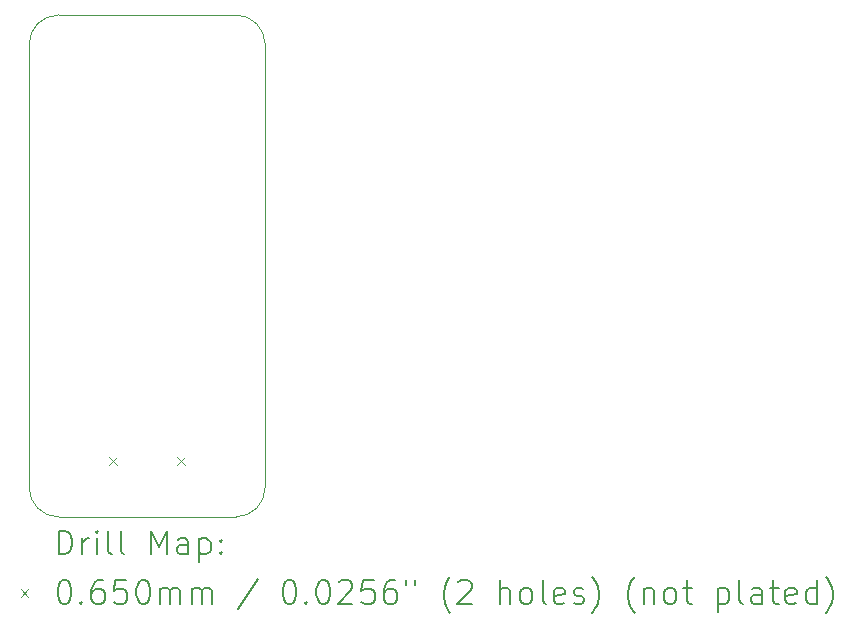
<source format=gbr>
%FSLAX45Y45*%
G04 Gerber Fmt 4.5, Leading zero omitted, Abs format (unit mm)*
G04 Created by KiCad (PCBNEW (6.0.4)) date 2023-01-26 18:29:06*
%MOMM*%
%LPD*%
G01*
G04 APERTURE LIST*
%TA.AperFunction,Profile*%
%ADD10C,0.100000*%
%TD*%
%ADD11C,0.200000*%
%ADD12C,0.065000*%
G04 APERTURE END LIST*
D10*
X15859000Y-7870000D02*
X15859000Y-11620000D01*
X14109000Y-7620000D02*
G75*
G03*
X13859000Y-7870000I0J-250000D01*
G01*
X14109000Y-7620000D02*
X15609000Y-7620000D01*
X15859000Y-7870000D02*
G75*
G03*
X15609000Y-7620000I-250000J0D01*
G01*
X15609000Y-11870000D02*
G75*
G03*
X15859000Y-11620000I0J250000D01*
G01*
X14109000Y-11870000D02*
X15609000Y-11870000D01*
X13859000Y-11615000D02*
X13859000Y-7870000D01*
X13859000Y-11615000D02*
G75*
G03*
X14109000Y-11870000I252500J-2500D01*
G01*
D11*
D12*
X14537500Y-11362500D02*
X14602500Y-11427500D01*
X14602500Y-11362500D02*
X14537500Y-11427500D01*
X15115500Y-11362500D02*
X15180500Y-11427500D01*
X15180500Y-11362500D02*
X15115500Y-11427500D01*
D11*
X14111607Y-12185476D02*
X14111607Y-11985476D01*
X14159226Y-11985476D01*
X14187797Y-11995000D01*
X14206845Y-12014048D01*
X14216368Y-12033095D01*
X14225892Y-12071190D01*
X14225892Y-12099762D01*
X14216368Y-12137857D01*
X14206845Y-12156905D01*
X14187797Y-12175952D01*
X14159226Y-12185476D01*
X14111607Y-12185476D01*
X14311607Y-12185476D02*
X14311607Y-12052143D01*
X14311607Y-12090238D02*
X14321130Y-12071190D01*
X14330654Y-12061667D01*
X14349702Y-12052143D01*
X14368749Y-12052143D01*
X14435416Y-12185476D02*
X14435416Y-12052143D01*
X14435416Y-11985476D02*
X14425892Y-11995000D01*
X14435416Y-12004524D01*
X14444940Y-11995000D01*
X14435416Y-11985476D01*
X14435416Y-12004524D01*
X14559226Y-12185476D02*
X14540178Y-12175952D01*
X14530654Y-12156905D01*
X14530654Y-11985476D01*
X14663988Y-12185476D02*
X14644940Y-12175952D01*
X14635416Y-12156905D01*
X14635416Y-11985476D01*
X14892559Y-12185476D02*
X14892559Y-11985476D01*
X14959226Y-12128333D01*
X15025892Y-11985476D01*
X15025892Y-12185476D01*
X15206845Y-12185476D02*
X15206845Y-12080714D01*
X15197321Y-12061667D01*
X15178273Y-12052143D01*
X15140178Y-12052143D01*
X15121130Y-12061667D01*
X15206845Y-12175952D02*
X15187797Y-12185476D01*
X15140178Y-12185476D01*
X15121130Y-12175952D01*
X15111607Y-12156905D01*
X15111607Y-12137857D01*
X15121130Y-12118809D01*
X15140178Y-12109286D01*
X15187797Y-12109286D01*
X15206845Y-12099762D01*
X15302083Y-12052143D02*
X15302083Y-12252143D01*
X15302083Y-12061667D02*
X15321130Y-12052143D01*
X15359226Y-12052143D01*
X15378273Y-12061667D01*
X15387797Y-12071190D01*
X15397321Y-12090238D01*
X15397321Y-12147381D01*
X15387797Y-12166428D01*
X15378273Y-12175952D01*
X15359226Y-12185476D01*
X15321130Y-12185476D01*
X15302083Y-12175952D01*
X15483035Y-12166428D02*
X15492559Y-12175952D01*
X15483035Y-12185476D01*
X15473511Y-12175952D01*
X15483035Y-12166428D01*
X15483035Y-12185476D01*
X15483035Y-12061667D02*
X15492559Y-12071190D01*
X15483035Y-12080714D01*
X15473511Y-12071190D01*
X15483035Y-12061667D01*
X15483035Y-12080714D01*
D12*
X13788988Y-12482500D02*
X13853988Y-12547500D01*
X13853988Y-12482500D02*
X13788988Y-12547500D01*
D11*
X14149702Y-12405476D02*
X14168749Y-12405476D01*
X14187797Y-12415000D01*
X14197321Y-12424524D01*
X14206845Y-12443571D01*
X14216368Y-12481667D01*
X14216368Y-12529286D01*
X14206845Y-12567381D01*
X14197321Y-12586428D01*
X14187797Y-12595952D01*
X14168749Y-12605476D01*
X14149702Y-12605476D01*
X14130654Y-12595952D01*
X14121130Y-12586428D01*
X14111607Y-12567381D01*
X14102083Y-12529286D01*
X14102083Y-12481667D01*
X14111607Y-12443571D01*
X14121130Y-12424524D01*
X14130654Y-12415000D01*
X14149702Y-12405476D01*
X14302083Y-12586428D02*
X14311607Y-12595952D01*
X14302083Y-12605476D01*
X14292559Y-12595952D01*
X14302083Y-12586428D01*
X14302083Y-12605476D01*
X14483035Y-12405476D02*
X14444940Y-12405476D01*
X14425892Y-12415000D01*
X14416368Y-12424524D01*
X14397321Y-12453095D01*
X14387797Y-12491190D01*
X14387797Y-12567381D01*
X14397321Y-12586428D01*
X14406845Y-12595952D01*
X14425892Y-12605476D01*
X14463988Y-12605476D01*
X14483035Y-12595952D01*
X14492559Y-12586428D01*
X14502083Y-12567381D01*
X14502083Y-12519762D01*
X14492559Y-12500714D01*
X14483035Y-12491190D01*
X14463988Y-12481667D01*
X14425892Y-12481667D01*
X14406845Y-12491190D01*
X14397321Y-12500714D01*
X14387797Y-12519762D01*
X14683035Y-12405476D02*
X14587797Y-12405476D01*
X14578273Y-12500714D01*
X14587797Y-12491190D01*
X14606845Y-12481667D01*
X14654464Y-12481667D01*
X14673511Y-12491190D01*
X14683035Y-12500714D01*
X14692559Y-12519762D01*
X14692559Y-12567381D01*
X14683035Y-12586428D01*
X14673511Y-12595952D01*
X14654464Y-12605476D01*
X14606845Y-12605476D01*
X14587797Y-12595952D01*
X14578273Y-12586428D01*
X14816368Y-12405476D02*
X14835416Y-12405476D01*
X14854464Y-12415000D01*
X14863988Y-12424524D01*
X14873511Y-12443571D01*
X14883035Y-12481667D01*
X14883035Y-12529286D01*
X14873511Y-12567381D01*
X14863988Y-12586428D01*
X14854464Y-12595952D01*
X14835416Y-12605476D01*
X14816368Y-12605476D01*
X14797321Y-12595952D01*
X14787797Y-12586428D01*
X14778273Y-12567381D01*
X14768749Y-12529286D01*
X14768749Y-12481667D01*
X14778273Y-12443571D01*
X14787797Y-12424524D01*
X14797321Y-12415000D01*
X14816368Y-12405476D01*
X14968749Y-12605476D02*
X14968749Y-12472143D01*
X14968749Y-12491190D02*
X14978273Y-12481667D01*
X14997321Y-12472143D01*
X15025892Y-12472143D01*
X15044940Y-12481667D01*
X15054464Y-12500714D01*
X15054464Y-12605476D01*
X15054464Y-12500714D02*
X15063988Y-12481667D01*
X15083035Y-12472143D01*
X15111607Y-12472143D01*
X15130654Y-12481667D01*
X15140178Y-12500714D01*
X15140178Y-12605476D01*
X15235416Y-12605476D02*
X15235416Y-12472143D01*
X15235416Y-12491190D02*
X15244940Y-12481667D01*
X15263988Y-12472143D01*
X15292559Y-12472143D01*
X15311607Y-12481667D01*
X15321130Y-12500714D01*
X15321130Y-12605476D01*
X15321130Y-12500714D02*
X15330654Y-12481667D01*
X15349702Y-12472143D01*
X15378273Y-12472143D01*
X15397321Y-12481667D01*
X15406845Y-12500714D01*
X15406845Y-12605476D01*
X15797321Y-12395952D02*
X15625892Y-12653095D01*
X16054464Y-12405476D02*
X16073511Y-12405476D01*
X16092559Y-12415000D01*
X16102083Y-12424524D01*
X16111607Y-12443571D01*
X16121130Y-12481667D01*
X16121130Y-12529286D01*
X16111607Y-12567381D01*
X16102083Y-12586428D01*
X16092559Y-12595952D01*
X16073511Y-12605476D01*
X16054464Y-12605476D01*
X16035416Y-12595952D01*
X16025892Y-12586428D01*
X16016368Y-12567381D01*
X16006845Y-12529286D01*
X16006845Y-12481667D01*
X16016368Y-12443571D01*
X16025892Y-12424524D01*
X16035416Y-12415000D01*
X16054464Y-12405476D01*
X16206845Y-12586428D02*
X16216368Y-12595952D01*
X16206845Y-12605476D01*
X16197321Y-12595952D01*
X16206845Y-12586428D01*
X16206845Y-12605476D01*
X16340178Y-12405476D02*
X16359226Y-12405476D01*
X16378273Y-12415000D01*
X16387797Y-12424524D01*
X16397321Y-12443571D01*
X16406845Y-12481667D01*
X16406845Y-12529286D01*
X16397321Y-12567381D01*
X16387797Y-12586428D01*
X16378273Y-12595952D01*
X16359226Y-12605476D01*
X16340178Y-12605476D01*
X16321130Y-12595952D01*
X16311607Y-12586428D01*
X16302083Y-12567381D01*
X16292559Y-12529286D01*
X16292559Y-12481667D01*
X16302083Y-12443571D01*
X16311607Y-12424524D01*
X16321130Y-12415000D01*
X16340178Y-12405476D01*
X16483035Y-12424524D02*
X16492559Y-12415000D01*
X16511607Y-12405476D01*
X16559226Y-12405476D01*
X16578273Y-12415000D01*
X16587797Y-12424524D01*
X16597321Y-12443571D01*
X16597321Y-12462619D01*
X16587797Y-12491190D01*
X16473511Y-12605476D01*
X16597321Y-12605476D01*
X16778273Y-12405476D02*
X16683035Y-12405476D01*
X16673511Y-12500714D01*
X16683035Y-12491190D01*
X16702083Y-12481667D01*
X16749702Y-12481667D01*
X16768749Y-12491190D01*
X16778273Y-12500714D01*
X16787797Y-12519762D01*
X16787797Y-12567381D01*
X16778273Y-12586428D01*
X16768749Y-12595952D01*
X16749702Y-12605476D01*
X16702083Y-12605476D01*
X16683035Y-12595952D01*
X16673511Y-12586428D01*
X16959226Y-12405476D02*
X16921130Y-12405476D01*
X16902083Y-12415000D01*
X16892559Y-12424524D01*
X16873511Y-12453095D01*
X16863988Y-12491190D01*
X16863988Y-12567381D01*
X16873511Y-12586428D01*
X16883035Y-12595952D01*
X16902083Y-12605476D01*
X16940178Y-12605476D01*
X16959226Y-12595952D01*
X16968750Y-12586428D01*
X16978273Y-12567381D01*
X16978273Y-12519762D01*
X16968750Y-12500714D01*
X16959226Y-12491190D01*
X16940178Y-12481667D01*
X16902083Y-12481667D01*
X16883035Y-12491190D01*
X16873511Y-12500714D01*
X16863988Y-12519762D01*
X17054464Y-12405476D02*
X17054464Y-12443571D01*
X17130654Y-12405476D02*
X17130654Y-12443571D01*
X17425892Y-12681667D02*
X17416369Y-12672143D01*
X17397321Y-12643571D01*
X17387797Y-12624524D01*
X17378273Y-12595952D01*
X17368750Y-12548333D01*
X17368750Y-12510238D01*
X17378273Y-12462619D01*
X17387797Y-12434048D01*
X17397321Y-12415000D01*
X17416369Y-12386428D01*
X17425892Y-12376905D01*
X17492559Y-12424524D02*
X17502083Y-12415000D01*
X17521130Y-12405476D01*
X17568750Y-12405476D01*
X17587797Y-12415000D01*
X17597321Y-12424524D01*
X17606845Y-12443571D01*
X17606845Y-12462619D01*
X17597321Y-12491190D01*
X17483035Y-12605476D01*
X17606845Y-12605476D01*
X17844940Y-12605476D02*
X17844940Y-12405476D01*
X17930654Y-12605476D02*
X17930654Y-12500714D01*
X17921130Y-12481667D01*
X17902083Y-12472143D01*
X17873511Y-12472143D01*
X17854464Y-12481667D01*
X17844940Y-12491190D01*
X18054464Y-12605476D02*
X18035416Y-12595952D01*
X18025892Y-12586428D01*
X18016369Y-12567381D01*
X18016369Y-12510238D01*
X18025892Y-12491190D01*
X18035416Y-12481667D01*
X18054464Y-12472143D01*
X18083035Y-12472143D01*
X18102083Y-12481667D01*
X18111607Y-12491190D01*
X18121130Y-12510238D01*
X18121130Y-12567381D01*
X18111607Y-12586428D01*
X18102083Y-12595952D01*
X18083035Y-12605476D01*
X18054464Y-12605476D01*
X18235416Y-12605476D02*
X18216369Y-12595952D01*
X18206845Y-12576905D01*
X18206845Y-12405476D01*
X18387797Y-12595952D02*
X18368750Y-12605476D01*
X18330654Y-12605476D01*
X18311607Y-12595952D01*
X18302083Y-12576905D01*
X18302083Y-12500714D01*
X18311607Y-12481667D01*
X18330654Y-12472143D01*
X18368750Y-12472143D01*
X18387797Y-12481667D01*
X18397321Y-12500714D01*
X18397321Y-12519762D01*
X18302083Y-12538809D01*
X18473511Y-12595952D02*
X18492559Y-12605476D01*
X18530654Y-12605476D01*
X18549702Y-12595952D01*
X18559226Y-12576905D01*
X18559226Y-12567381D01*
X18549702Y-12548333D01*
X18530654Y-12538809D01*
X18502083Y-12538809D01*
X18483035Y-12529286D01*
X18473511Y-12510238D01*
X18473511Y-12500714D01*
X18483035Y-12481667D01*
X18502083Y-12472143D01*
X18530654Y-12472143D01*
X18549702Y-12481667D01*
X18625892Y-12681667D02*
X18635416Y-12672143D01*
X18654464Y-12643571D01*
X18663988Y-12624524D01*
X18673511Y-12595952D01*
X18683035Y-12548333D01*
X18683035Y-12510238D01*
X18673511Y-12462619D01*
X18663988Y-12434048D01*
X18654464Y-12415000D01*
X18635416Y-12386428D01*
X18625892Y-12376905D01*
X18987797Y-12681667D02*
X18978273Y-12672143D01*
X18959226Y-12643571D01*
X18949702Y-12624524D01*
X18940178Y-12595952D01*
X18930654Y-12548333D01*
X18930654Y-12510238D01*
X18940178Y-12462619D01*
X18949702Y-12434048D01*
X18959226Y-12415000D01*
X18978273Y-12386428D01*
X18987797Y-12376905D01*
X19063988Y-12472143D02*
X19063988Y-12605476D01*
X19063988Y-12491190D02*
X19073511Y-12481667D01*
X19092559Y-12472143D01*
X19121130Y-12472143D01*
X19140178Y-12481667D01*
X19149702Y-12500714D01*
X19149702Y-12605476D01*
X19273511Y-12605476D02*
X19254464Y-12595952D01*
X19244940Y-12586428D01*
X19235416Y-12567381D01*
X19235416Y-12510238D01*
X19244940Y-12491190D01*
X19254464Y-12481667D01*
X19273511Y-12472143D01*
X19302083Y-12472143D01*
X19321130Y-12481667D01*
X19330654Y-12491190D01*
X19340178Y-12510238D01*
X19340178Y-12567381D01*
X19330654Y-12586428D01*
X19321130Y-12595952D01*
X19302083Y-12605476D01*
X19273511Y-12605476D01*
X19397321Y-12472143D02*
X19473511Y-12472143D01*
X19425892Y-12405476D02*
X19425892Y-12576905D01*
X19435416Y-12595952D01*
X19454464Y-12605476D01*
X19473511Y-12605476D01*
X19692559Y-12472143D02*
X19692559Y-12672143D01*
X19692559Y-12481667D02*
X19711607Y-12472143D01*
X19749702Y-12472143D01*
X19768750Y-12481667D01*
X19778273Y-12491190D01*
X19787797Y-12510238D01*
X19787797Y-12567381D01*
X19778273Y-12586428D01*
X19768750Y-12595952D01*
X19749702Y-12605476D01*
X19711607Y-12605476D01*
X19692559Y-12595952D01*
X19902083Y-12605476D02*
X19883035Y-12595952D01*
X19873511Y-12576905D01*
X19873511Y-12405476D01*
X20063988Y-12605476D02*
X20063988Y-12500714D01*
X20054464Y-12481667D01*
X20035416Y-12472143D01*
X19997321Y-12472143D01*
X19978273Y-12481667D01*
X20063988Y-12595952D02*
X20044940Y-12605476D01*
X19997321Y-12605476D01*
X19978273Y-12595952D01*
X19968750Y-12576905D01*
X19968750Y-12557857D01*
X19978273Y-12538809D01*
X19997321Y-12529286D01*
X20044940Y-12529286D01*
X20063988Y-12519762D01*
X20130654Y-12472143D02*
X20206845Y-12472143D01*
X20159226Y-12405476D02*
X20159226Y-12576905D01*
X20168750Y-12595952D01*
X20187797Y-12605476D01*
X20206845Y-12605476D01*
X20349702Y-12595952D02*
X20330654Y-12605476D01*
X20292559Y-12605476D01*
X20273511Y-12595952D01*
X20263988Y-12576905D01*
X20263988Y-12500714D01*
X20273511Y-12481667D01*
X20292559Y-12472143D01*
X20330654Y-12472143D01*
X20349702Y-12481667D01*
X20359226Y-12500714D01*
X20359226Y-12519762D01*
X20263988Y-12538809D01*
X20530654Y-12605476D02*
X20530654Y-12405476D01*
X20530654Y-12595952D02*
X20511607Y-12605476D01*
X20473511Y-12605476D01*
X20454464Y-12595952D01*
X20444940Y-12586428D01*
X20435416Y-12567381D01*
X20435416Y-12510238D01*
X20444940Y-12491190D01*
X20454464Y-12481667D01*
X20473511Y-12472143D01*
X20511607Y-12472143D01*
X20530654Y-12481667D01*
X20606845Y-12681667D02*
X20616369Y-12672143D01*
X20635416Y-12643571D01*
X20644940Y-12624524D01*
X20654464Y-12595952D01*
X20663988Y-12548333D01*
X20663988Y-12510238D01*
X20654464Y-12462619D01*
X20644940Y-12434048D01*
X20635416Y-12415000D01*
X20616369Y-12386428D01*
X20606845Y-12376905D01*
M02*

</source>
